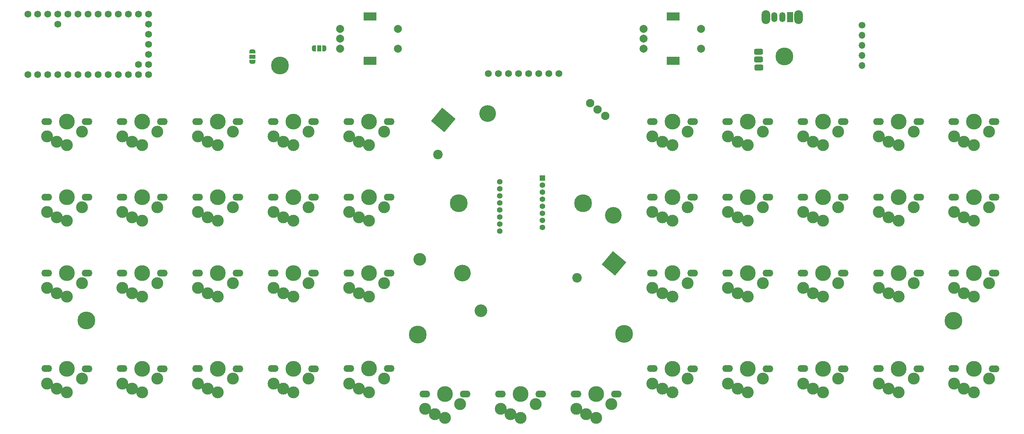
<source format=gbr>
%TF.GenerationSoftware,KiCad,Pcbnew,7.0.2*%
%TF.CreationDate,2023-05-02T21:20:20+02:00*%
%TF.ProjectId,Block,426c6f63-6b2e-46b6-9963-61645f706362,rev?*%
%TF.SameCoordinates,Original*%
%TF.FileFunction,Soldermask,Top*%
%TF.FilePolarity,Negative*%
%FSLAX46Y46*%
G04 Gerber Fmt 4.6, Leading zero omitted, Abs format (unit mm)*
G04 Created by KiCad (PCBNEW 7.0.2) date 2023-05-02 21:20:20*
%MOMM*%
%LPD*%
G01*
G04 APERTURE LIST*
G04 Aperture macros list*
%AMRoundRect*
0 Rectangle with rounded corners*
0 $1 Rounding radius*
0 $2 $3 $4 $5 $6 $7 $8 $9 X,Y pos of 4 corners*
0 Add a 4 corners polygon primitive as box body*
4,1,4,$2,$3,$4,$5,$6,$7,$8,$9,$2,$3,0*
0 Add four circle primitives for the rounded corners*
1,1,$1+$1,$2,$3*
1,1,$1+$1,$4,$5*
1,1,$1+$1,$6,$7*
1,1,$1+$1,$8,$9*
0 Add four rect primitives between the rounded corners*
20,1,$1+$1,$2,$3,$4,$5,0*
20,1,$1+$1,$4,$5,$6,$7,0*
20,1,$1+$1,$6,$7,$8,$9,0*
20,1,$1+$1,$8,$9,$2,$3,0*%
%AMRotRect*
0 Rectangle, with rotation*
0 The origin of the aperture is its center*
0 $1 length*
0 $2 width*
0 $3 Rotation angle, in degrees counterclockwise*
0 Add horizontal line*
21,1,$1,$2,0,0,$3*%
%AMFreePoly0*
4,1,19,0.550000,-0.750000,0.000000,-0.750000,0.000000,-0.744911,-0.071157,-0.744911,-0.207708,-0.704816,-0.327430,-0.627875,-0.420627,-0.520320,-0.479746,-0.390866,-0.500000,-0.250000,-0.500000,0.250000,-0.479746,0.390866,-0.420627,0.520320,-0.327430,0.627875,-0.207708,0.704816,-0.071157,0.744911,0.000000,0.744911,0.000000,0.750000,0.550000,0.750000,0.550000,-0.750000,0.550000,-0.750000,
$1*%
%AMFreePoly1*
4,1,19,0.000000,0.744911,0.071157,0.744911,0.207708,0.704816,0.327430,0.627875,0.420627,0.520320,0.479746,0.390866,0.500000,0.250000,0.500000,-0.250000,0.479746,-0.390866,0.420627,-0.520320,0.327430,-0.627875,0.207708,-0.704816,0.071157,-0.744911,0.000000,-0.744911,0.000000,-0.750000,-0.550000,-0.750000,-0.550000,0.750000,0.000000,0.750000,0.000000,0.744911,0.000000,0.744911,
$1*%
G04 Aperture macros list end*
%ADD10O,2.701800X1.701800*%
%ADD11C,3.000000*%
%ADD12C,3.987800*%
%ADD13C,4.500000*%
%ADD14C,2.000000*%
%ADD15R,3.200000X2.000000*%
%ADD16RotRect,4.400000X4.400000X140.000000*%
%ADD17C,2.100000*%
%ADD18C,2.400000*%
%ADD19C,4.200000*%
%ADD20C,3.200000*%
%ADD21FreePoly0,180.000000*%
%ADD22R,1.000000X1.500000*%
%ADD23FreePoly1,180.000000*%
%ADD24C,1.752600*%
%ADD25RoundRect,0.375000X0.756430X-0.361854X0.743341X0.388032X-0.756430X0.361854X-0.743341X-0.388032X0*%
%ADD26FreePoly0,90.000000*%
%ADD27R,1.500000X1.000000*%
%ADD28FreePoly1,90.000000*%
%ADD29C,1.700000*%
%ADD30O,1.700000X1.700000*%
%ADD31O,1.500000X2.500000*%
%ADD32R,1.500000X2.500000*%
%ADD33O,2.200000X3.500000*%
%ADD34R,1.400000X1.400000*%
%ADD35C,1.400000*%
G04 APERTURE END LIST*
D10*
%TO.C,SW20*%
X160244668Y-129242000D03*
D11*
X160324668Y-132992000D03*
X162784668Y-134322000D03*
D12*
X165322256Y-129245308D03*
D11*
X165322256Y-135195308D03*
X169134668Y-131782000D03*
D10*
X170404668Y-129245961D03*
%TD*%
%TO.C,SW25*%
X293713000Y-110144000D03*
D11*
X293793000Y-113894000D03*
X296253000Y-115224000D03*
D12*
X298790588Y-110147308D03*
D11*
X298790588Y-116097308D03*
X302603000Y-112684000D03*
D10*
X303873000Y-110147961D03*
%TD*%
D13*
%TO.C,H10*%
X238354380Y-111634942D03*
%TD*%
D10*
%TO.C,SW21*%
X274704334Y-153364000D03*
D11*
X274784334Y-157114000D03*
X277244334Y-158444000D03*
D12*
X279781922Y-153367308D03*
D11*
X279781922Y-159317308D03*
X283594334Y-155904000D03*
D10*
X284864334Y-153367961D03*
%TD*%
%TO.C,SW9*%
X141216000Y-110144000D03*
D11*
X141296000Y-113894000D03*
X143756000Y-115224000D03*
D12*
X146293588Y-110147308D03*
D11*
X146293588Y-116097308D03*
X150106000Y-112684000D03*
D10*
X151376000Y-110147961D03*
%TD*%
D14*
%TO.C,SW47*%
X268053588Y-67688000D03*
X268053588Y-72688000D03*
D15*
X261053588Y-75788000D03*
X261053588Y-64588000D03*
D14*
X253553588Y-70188000D03*
X253553588Y-72688000D03*
X253553588Y-67688000D03*
%TD*%
D10*
%TO.C,SW5*%
X122187334Y-110144000D03*
D11*
X122267334Y-113894000D03*
X124727334Y-115224000D03*
D12*
X127264922Y-110147308D03*
D11*
X127264922Y-116097308D03*
X131077334Y-112684000D03*
D10*
X132347334Y-110147961D03*
%TD*%
D16*
%TO.C,SW36*%
X203092754Y-90711665D03*
X246119859Y-126812704D03*
D17*
X241983175Y-88034171D03*
X240068064Y-86427202D03*
X243898286Y-89641140D03*
D18*
X201723942Y-99384769D03*
D19*
X214279876Y-89081510D03*
D20*
X197142253Y-125773243D03*
D19*
X207910209Y-129262802D03*
D20*
X212605591Y-138748921D03*
D19*
X245900431Y-114690162D03*
D18*
X236808242Y-130433822D03*
%TD*%
D10*
%TO.C,SW27*%
X293713000Y-129242000D03*
D11*
X293793000Y-132992000D03*
X296253000Y-134322000D03*
D12*
X298790588Y-129245308D03*
D11*
X298790588Y-135195308D03*
X302603000Y-131782000D03*
D10*
X303873000Y-129245961D03*
%TD*%
D13*
%TO.C,H8*%
X113226000Y-141252000D03*
%TD*%
D10*
%TO.C,SW22*%
X236534000Y-159776039D03*
D11*
X236614000Y-163526039D03*
X239074000Y-164856039D03*
D12*
X241611588Y-159779347D03*
D11*
X241611588Y-165729347D03*
X245424000Y-162316039D03*
D10*
X246694000Y-159780000D03*
%TD*%
%TO.C,SW43*%
X255726000Y-129242000D03*
D11*
X255806000Y-132992000D03*
X258266000Y-134322000D03*
D12*
X260803588Y-129245308D03*
D11*
X260803588Y-135195308D03*
X264616000Y-131782000D03*
D10*
X265886000Y-129245961D03*
%TD*%
%TO.C,SW8*%
X141216000Y-91060039D03*
D11*
X141296000Y-94810039D03*
X143756000Y-96140039D03*
D12*
X146293588Y-91063347D03*
D11*
X146293588Y-97013347D03*
X150106000Y-93600039D03*
D10*
X151376000Y-91064000D03*
%TD*%
D21*
%TO.C,JP3*%
X173124000Y-72672000D03*
D22*
X171824000Y-72672000D03*
D23*
X170524000Y-72672000D03*
%TD*%
D10*
%TO.C,SW46*%
X331730334Y-129242000D03*
D11*
X331810334Y-132992000D03*
X334270334Y-134322000D03*
D12*
X336807922Y-129245308D03*
D11*
X336807922Y-135195308D03*
X340620334Y-131782000D03*
D10*
X341890334Y-129245961D03*
%TD*%
%TO.C,SW41*%
X179320000Y-153360692D03*
D11*
X179400000Y-157110692D03*
X181860000Y-158440692D03*
D12*
X184397588Y-153364000D03*
D11*
X184397588Y-159314000D03*
X188210000Y-155900692D03*
D10*
X189480000Y-153364653D03*
%TD*%
%TO.C,SW1*%
X103158668Y-91060039D03*
D11*
X103238668Y-94810039D03*
X105698668Y-96140039D03*
D12*
X108236256Y-91063347D03*
D11*
X108236256Y-97013347D03*
X112048668Y-93600039D03*
D10*
X113318668Y-91064000D03*
%TD*%
D24*
%TO.C,U1*%
X100874750Y-79276000D03*
X103414750Y-79276000D03*
X105954750Y-79276000D03*
X108494750Y-79276000D03*
X111034750Y-79276000D03*
X113574750Y-79276000D03*
X116114750Y-79276000D03*
X118654750Y-79276000D03*
X121194750Y-79276000D03*
X123734750Y-79276000D03*
X126274750Y-79276000D03*
X128814750Y-79256000D03*
X128814750Y-64036000D03*
X126274750Y-64036000D03*
X123734750Y-64036000D03*
X121194750Y-64036000D03*
X118654750Y-64036000D03*
X116114750Y-64036000D03*
X113574750Y-64036000D03*
X111034750Y-64036000D03*
X108494750Y-64036000D03*
X105954750Y-64036000D03*
X103414750Y-64036000D03*
X100874750Y-64036000D03*
X128814750Y-76736000D03*
X128814750Y-74196000D03*
X128814750Y-71656000D03*
X128814750Y-69116000D03*
X128814750Y-66576000D03*
X105954750Y-66536000D03*
X126274750Y-76736000D03*
X98444750Y-79256000D03*
X98444750Y-64016000D03*
%TD*%
D10*
%TO.C,SW33*%
X331730334Y-110144000D03*
D11*
X331810334Y-113894000D03*
X334270334Y-115224000D03*
D12*
X336807922Y-110147308D03*
D11*
X336807922Y-116097308D03*
X340620334Y-112684000D03*
D10*
X341890334Y-110147961D03*
%TD*%
D25*
%TO.C,J4*%
X282503095Y-73466305D03*
X282538000Y-75466000D03*
X282572905Y-77465695D03*
%TD*%
D13*
%TO.C,H9*%
X207033286Y-111634942D03*
%TD*%
D10*
%TO.C,SW26*%
X293713000Y-153364000D03*
D11*
X293793000Y-157114000D03*
X296253000Y-158444000D03*
D12*
X298790588Y-153367308D03*
D11*
X298790588Y-159317308D03*
X302603000Y-155904000D03*
D10*
X303873000Y-153367961D03*
%TD*%
D14*
%TO.C,SW48*%
X191647588Y-67688000D03*
X191647588Y-72688000D03*
D15*
X184647588Y-75788000D03*
X184647588Y-64588000D03*
D14*
X177147588Y-70188000D03*
X177147588Y-72688000D03*
X177147588Y-67688000D03*
%TD*%
D10*
%TO.C,SW23*%
X274704334Y-129242000D03*
D11*
X274784334Y-132992000D03*
X277244334Y-134322000D03*
D12*
X279781922Y-129245308D03*
D11*
X279781922Y-135195308D03*
X283594334Y-131782000D03*
D10*
X284864334Y-129245961D03*
%TD*%
%TO.C,SW7*%
X122187334Y-153364000D03*
D11*
X122267334Y-157114000D03*
X124727334Y-158444000D03*
D12*
X127264922Y-153367308D03*
D11*
X127264922Y-159317308D03*
X131077334Y-155904000D03*
D10*
X132347334Y-153367961D03*
%TD*%
%TO.C,SW34*%
X331730334Y-153364000D03*
D11*
X331810334Y-157114000D03*
X334270334Y-158444000D03*
D12*
X336807922Y-153367308D03*
D11*
X336807922Y-159317308D03*
X340620334Y-155904000D03*
D10*
X341890334Y-153367961D03*
%TD*%
D13*
%TO.C,H3*%
X331656496Y-141337717D03*
%TD*%
D10*
%TO.C,SW29*%
X312721666Y-110144000D03*
D11*
X312801666Y-113894000D03*
X315261666Y-115224000D03*
D12*
X317799254Y-110147308D03*
D11*
X317799254Y-116097308D03*
X321611666Y-112684000D03*
D10*
X322881666Y-110147961D03*
%TD*%
%TO.C,SW11*%
X141216000Y-153364000D03*
D11*
X141296000Y-157114000D03*
X143756000Y-158444000D03*
D12*
X146293588Y-153367308D03*
D11*
X146293588Y-159317308D03*
X150106000Y-155904000D03*
D10*
X151376000Y-153367961D03*
%TD*%
%TO.C,SW31*%
X312721666Y-153364000D03*
D11*
X312801666Y-157114000D03*
X315261666Y-158444000D03*
D12*
X317799254Y-153367308D03*
D11*
X317799254Y-159317308D03*
X321611666Y-155904000D03*
D10*
X322881666Y-153367961D03*
%TD*%
D26*
%TO.C,JP1*%
X155030000Y-76034000D03*
D27*
X155030000Y-74734000D03*
D28*
X155030000Y-73434000D03*
%TD*%
D10*
%TO.C,SW15*%
X141216000Y-129242000D03*
D11*
X141296000Y-132992000D03*
X143756000Y-134322000D03*
D12*
X146293588Y-129245308D03*
D11*
X146293588Y-135195308D03*
X150106000Y-131782000D03*
D10*
X151376000Y-129245961D03*
%TD*%
D24*
%TO.C,J5*%
X214465999Y-79021999D03*
X217006001Y-79022000D03*
X219545999Y-79021999D03*
X222085999Y-79021999D03*
X224626000Y-79022000D03*
X227166000Y-79022001D03*
X229706000Y-79022000D03*
X232245999Y-79022000D03*
%TD*%
D10*
%TO.C,SW13*%
X160244668Y-91060039D03*
D11*
X160324668Y-94810039D03*
X162784668Y-96140039D03*
D12*
X165322256Y-91063347D03*
D11*
X165322256Y-97013347D03*
X169134668Y-93600039D03*
D10*
X170404668Y-91064000D03*
%TD*%
%TO.C,SW16*%
X160244668Y-153364000D03*
D11*
X160324668Y-157114000D03*
X162784668Y-158444000D03*
D12*
X165322256Y-153367308D03*
D11*
X165322256Y-159317308D03*
X169134668Y-155904000D03*
D10*
X170404668Y-153367961D03*
%TD*%
%TO.C,SW24*%
X293713000Y-91060039D03*
D11*
X293793000Y-94810039D03*
X296253000Y-96140039D03*
D12*
X298790588Y-91063347D03*
D11*
X298790588Y-97013347D03*
X302603000Y-93600039D03*
D10*
X303873000Y-91064000D03*
%TD*%
D13*
%TO.C,H2*%
X289036000Y-74704000D03*
%TD*%
D10*
%TO.C,SW19*%
X274704334Y-110144000D03*
D11*
X274784334Y-113894000D03*
X277244334Y-115224000D03*
D12*
X279781922Y-110147308D03*
D11*
X279781922Y-116097308D03*
X283594334Y-112684000D03*
D10*
X284864334Y-110147961D03*
%TD*%
%TO.C,SW39*%
X179320000Y-110140692D03*
D11*
X179400000Y-113890692D03*
X181860000Y-115220692D03*
D12*
X184397588Y-110144000D03*
D11*
X184397588Y-116094000D03*
X188210000Y-112680692D03*
D10*
X189480000Y-110144653D03*
%TD*%
%TO.C,SW28*%
X312721666Y-91060039D03*
D11*
X312801666Y-94810039D03*
X315261666Y-96140039D03*
D12*
X317799254Y-91063347D03*
D11*
X317799254Y-97013347D03*
X321611666Y-93600039D03*
D10*
X322881666Y-91064000D03*
%TD*%
%TO.C,SW14*%
X160244668Y-110144000D03*
D11*
X160324668Y-113894000D03*
X162784668Y-115224000D03*
D12*
X165322256Y-110147308D03*
D11*
X165322256Y-116097308D03*
X169134668Y-112684000D03*
D10*
X170404668Y-110147961D03*
%TD*%
%TO.C,SW4*%
X122187334Y-91060039D03*
D11*
X122267334Y-94810039D03*
X124727334Y-96140039D03*
D12*
X127264922Y-91063347D03*
D11*
X127264922Y-97013347D03*
X131077334Y-93600039D03*
D10*
X132347334Y-91064000D03*
%TD*%
%TO.C,SW45*%
X255726000Y-91060039D03*
D11*
X255806000Y-94810039D03*
X258266000Y-96140039D03*
D12*
X260803588Y-91063347D03*
D11*
X260803588Y-97013347D03*
X264616000Y-93600039D03*
D10*
X265886000Y-91064000D03*
%TD*%
%TO.C,SW6*%
X103158668Y-129242000D03*
D11*
X103238668Y-132992000D03*
X105698668Y-134322000D03*
D12*
X108236256Y-129245308D03*
D11*
X108236256Y-135195308D03*
X112048668Y-131782000D03*
D10*
X113318668Y-129245961D03*
%TD*%
%TO.C,SW38*%
X179320000Y-91056731D03*
D11*
X179400000Y-94806731D03*
X181860000Y-96136731D03*
D12*
X184397588Y-91060039D03*
D11*
X184397588Y-97010039D03*
X188210000Y-93596731D03*
D10*
X189480000Y-91060692D03*
%TD*%
%TO.C,SW12*%
X198426000Y-159776039D03*
D11*
X198506000Y-163526039D03*
X200966000Y-164856039D03*
D12*
X203503588Y-159779347D03*
D11*
X203503588Y-165729347D03*
X207316000Y-162316039D03*
D10*
X208586000Y-159780000D03*
%TD*%
%TO.C,SW2*%
X103158668Y-110144000D03*
D11*
X103238668Y-113894000D03*
X105698668Y-115224000D03*
D12*
X108236256Y-110147308D03*
D11*
X108236256Y-116097308D03*
X112048668Y-112684000D03*
D10*
X113318668Y-110147961D03*
%TD*%
%TO.C,SW44*%
X255726000Y-110144000D03*
D11*
X255806000Y-113894000D03*
X258266000Y-115224000D03*
D12*
X260803588Y-110147308D03*
D11*
X260803588Y-116097308D03*
X264616000Y-112684000D03*
D10*
X265886000Y-110147961D03*
%TD*%
%TO.C,SW17*%
X217490000Y-159776039D03*
D11*
X217570000Y-163526039D03*
X220030000Y-164856039D03*
D12*
X222567588Y-159779347D03*
D11*
X222567588Y-165729347D03*
X226380000Y-162316039D03*
D10*
X227650000Y-159780000D03*
%TD*%
%TO.C,SW42*%
X255726000Y-153364000D03*
D11*
X255806000Y-157114000D03*
X258266000Y-158444000D03*
D12*
X260803588Y-153367308D03*
D11*
X260803588Y-159317308D03*
X264616000Y-155904000D03*
D10*
X265886000Y-153367961D03*
%TD*%
D13*
%TO.C,H1*%
X248648000Y-144583000D03*
%TD*%
D29*
%TO.C,U5*%
X308610000Y-66784000D03*
D30*
X308610000Y-69324000D03*
X308610000Y-71864000D03*
X308610000Y-74404000D03*
X308610000Y-76944000D03*
%TD*%
D31*
%TO.C,SW37*%
X286496000Y-64798000D03*
X288496000Y-64798000D03*
D32*
X290496000Y-64798000D03*
D33*
X284396000Y-64798000D03*
X292596000Y-64798000D03*
%TD*%
D10*
%TO.C,SW3*%
X103158668Y-153364000D03*
D11*
X103238668Y-157114000D03*
X105698668Y-158444000D03*
D12*
X108236256Y-153367308D03*
D11*
X108236256Y-159317308D03*
X112048668Y-155904000D03*
D10*
X113318668Y-153367961D03*
%TD*%
D13*
%TO.C,H5*%
X196686000Y-144808000D03*
%TD*%
D10*
%TO.C,SW18*%
X274704334Y-91060039D03*
D11*
X274784334Y-94810039D03*
X277244334Y-96140039D03*
D12*
X279781922Y-91063347D03*
D11*
X279781922Y-97013347D03*
X283594334Y-93600039D03*
D10*
X284864334Y-91064000D03*
%TD*%
%TO.C,SW10*%
X122187334Y-129242000D03*
D11*
X122267334Y-132992000D03*
X124727334Y-134322000D03*
D12*
X127264922Y-129245308D03*
D11*
X127264922Y-135195308D03*
X131077334Y-131782000D03*
D10*
X132347334Y-129245961D03*
%TD*%
%TO.C,SW32*%
X331730334Y-91060039D03*
D11*
X331810334Y-94810039D03*
X334270334Y-96140039D03*
D12*
X336807922Y-91063347D03*
D11*
X336807922Y-97013347D03*
X340620334Y-93600039D03*
D10*
X341890334Y-91064000D03*
%TD*%
%TO.C,SW40*%
X179320000Y-129238692D03*
D11*
X179400000Y-132988692D03*
X181860000Y-134318692D03*
D12*
X184397588Y-129242000D03*
D11*
X184397588Y-135192000D03*
X188210000Y-131778692D03*
D10*
X189480000Y-129242653D03*
%TD*%
%TO.C,SW30*%
X312721666Y-129242000D03*
D11*
X312801666Y-132992000D03*
X315261666Y-134322000D03*
D12*
X317799254Y-129245308D03*
D11*
X317799254Y-135195308D03*
X321611666Y-131782000D03*
D10*
X322881666Y-129245961D03*
%TD*%
D13*
%TO.C,H4*%
X161994000Y-76990000D03*
%TD*%
D34*
%TO.C,U4*%
X228037290Y-105339942D03*
D35*
X228037290Y-107119942D03*
X228037290Y-108899942D03*
X228037290Y-110679942D03*
X228037290Y-112459942D03*
X228037290Y-114239942D03*
X228037290Y-116019942D03*
X228037290Y-117799942D03*
X217337290Y-118689942D03*
X217337290Y-116909942D03*
X217337290Y-115129942D03*
X217337290Y-113349942D03*
X217337290Y-111569942D03*
X217337290Y-109789942D03*
X217337290Y-108009942D03*
X217337290Y-106229942D03*
%TD*%
M02*

</source>
